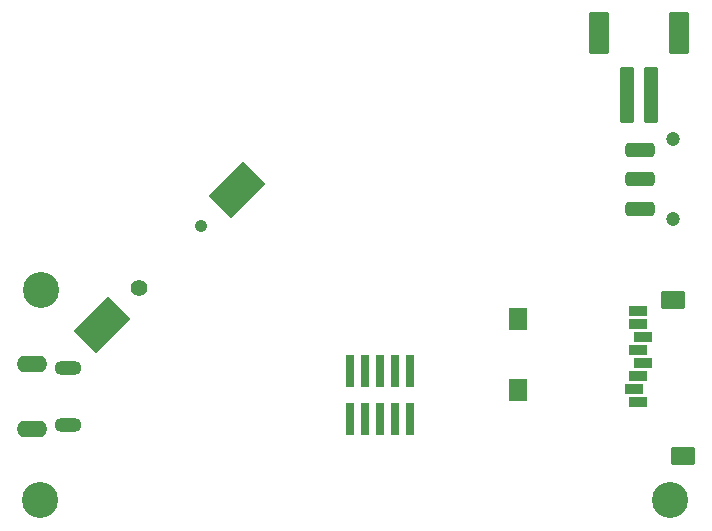
<source format=gbr>
%TF.GenerationSoftware,KiCad,Pcbnew,8.0.8*%
%TF.CreationDate,2025-01-20T12:07:48-06:00*%
%TF.ProjectId,tempo,74656d70-6f2e-46b6-9963-61645f706362,rev?*%
%TF.SameCoordinates,Original*%
%TF.FileFunction,Soldermask,Bot*%
%TF.FilePolarity,Negative*%
%FSLAX46Y46*%
G04 Gerber Fmt 4.6, Leading zero omitted, Abs format (unit mm)*
G04 Created by KiCad (PCBNEW 8.0.8) date 2025-01-20 12:07:48*
%MOMM*%
%LPD*%
G01*
G04 APERTURE LIST*
G04 Aperture macros list*
%AMRoundRect*
0 Rectangle with rounded corners*
0 $1 Rounding radius*
0 $2 $3 $4 $5 $6 $7 $8 $9 X,Y pos of 4 corners*
0 Add a 4 corners polygon primitive as box body*
4,1,4,$2,$3,$4,$5,$6,$7,$8,$9,$2,$3,0*
0 Add four circle primitives for the rounded corners*
1,1,$1+$1,$2,$3*
1,1,$1+$1,$4,$5*
1,1,$1+$1,$6,$7*
1,1,$1+$1,$8,$9*
0 Add four rect primitives between the rounded corners*
20,1,$1+$1,$2,$3,$4,$5,0*
20,1,$1+$1,$4,$5,$6,$7,0*
20,1,$1+$1,$6,$7,$8,$9,0*
20,1,$1+$1,$8,$9,$2,$3,0*%
G04 Aperture macros list end*
%ADD10C,3.048000*%
%ADD11O,2.604000X1.404000*%
%ADD12O,2.304000X1.254000*%
%ADD13R,0.650000X2.760000*%
%ADD14R,0.650000X2.750000*%
%ADD15C,1.200000*%
%ADD16RoundRect,0.300000X-0.950000X0.300000X-0.950000X-0.300000X0.950000X-0.300000X0.950000X0.300000X0*%
%ADD17RoundRect,0.050800X0.750000X-0.350000X0.750000X0.350000X-0.750000X0.350000X-0.750000X-0.350000X0*%
%ADD18RoundRect,0.050800X-0.700000X-0.900000X0.700000X-0.900000X0.700000X0.900000X-0.700000X0.900000X0*%
%ADD19RoundRect,0.050800X0.950000X-0.700000X0.950000X0.700000X-0.950000X0.700000X-0.950000X-0.700000X0*%
%ADD20C,1.070000*%
%ADD21C,1.400000*%
%ADD22RoundRect,0.050800X0.494975X2.333452X-2.333452X-0.494975X-0.494975X-2.333452X2.333452X0.494975X0*%
%ADD23RoundRect,0.050800X-0.500000X-2.300000X0.500000X-2.300000X0.500000X2.300000X-0.500000X2.300000X0*%
%ADD24RoundRect,0.050800X-0.800000X1.700000X-0.800000X-1.700000X0.800000X-1.700000X0.800000X1.700000X0*%
G04 APERTURE END LIST*
D10*
%TO.C,H1*%
X128575000Y-95650000D03*
%TD*%
%TO.C,H3*%
X181875000Y-113400000D03*
%TD*%
%TO.C,H2*%
X128525000Y-113450000D03*
%TD*%
D11*
%TO.C,J4*%
X127872500Y-101928250D03*
X127872500Y-107378250D03*
D12*
X130902500Y-102228250D03*
X130902500Y-107078250D03*
%TD*%
D13*
%TO.C,J2*%
X159875000Y-106550000D03*
X159875000Y-102490000D03*
X158605000Y-106550000D03*
D14*
X158605000Y-102490000D03*
D13*
X157335000Y-106550000D03*
X157335000Y-102490000D03*
X156065000Y-106550000D03*
X156065000Y-102490000D03*
X154795000Y-106550000D03*
X154795000Y-102490000D03*
%TD*%
D15*
%TO.C,SW1*%
X182100000Y-82850000D03*
X182100000Y-89650000D03*
D16*
X179300000Y-83750000D03*
X179300000Y-86250000D03*
X179300000Y-88750000D03*
%TD*%
D17*
%TO.C,X2*%
X179175000Y-105100000D03*
X178775000Y-104000000D03*
X179175000Y-102900000D03*
X179575000Y-101800000D03*
X179175000Y-100700000D03*
X179575000Y-99600000D03*
X179175000Y-98500000D03*
X179175000Y-97400000D03*
D18*
X168975000Y-98100000D03*
X168975000Y-104100000D03*
D19*
X182075000Y-96500000D03*
X182975000Y-109700000D03*
%TD*%
D20*
%TO.C,B1*%
X142174874Y-90200126D03*
D21*
X136871573Y-95503427D03*
D22*
X133753232Y-98621768D03*
X145173006Y-87159567D03*
%TD*%
D23*
%TO.C,J1*%
X180220000Y-79100000D03*
X178220000Y-79100000D03*
D24*
X182620000Y-73900000D03*
X175820000Y-73900000D03*
%TD*%
M02*

</source>
